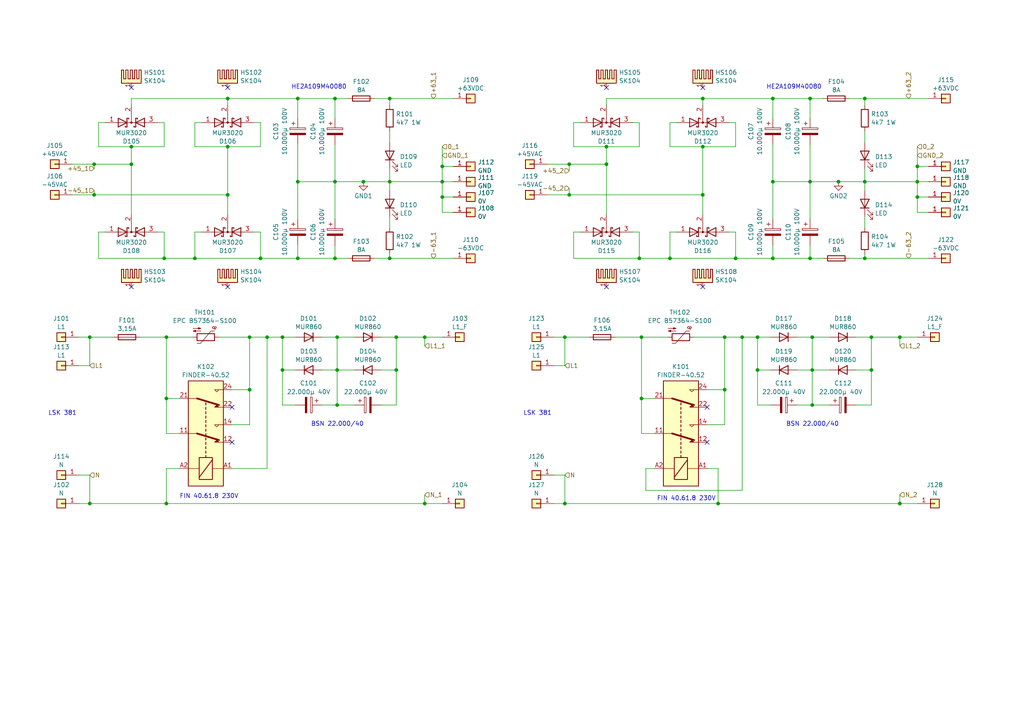
<source format=kicad_sch>
(kicad_sch (version 20230121) (generator eeschema)
  (paper "A4")
  (lib_symbols
    (symbol "Connector_Generic:Conn_01x01" (pin_names (offset 1.016) hide)
      (property "Reference" "J" (at 0 2.54 0))
      (property "Value" "Conn_01x01" (at 0 -2.54 0))
      (symbol "Conn_01x01_1_1"
        (rectangle (start -1.27 0.127) (end 0 -0.127) (stroke (width 0.1524)))
        (rectangle (start -1.27 1.27) (end 1.27 -1.27) (stroke (width 0.254)) (fill (type background)))
        (pin passive line (at -5.08 0 0) (length 3.81) (name "Pin_1") (number "1"))
      )
    )
    (symbol "Device:C_Polarized" (pin_numbers hide) (pin_names (offset 0.254))
      (property "Reference" "C" (at 0.635 2.54 0))
      (property "Value" "C_Polarized" (at 0.635 -2.54 0))
      (symbol "C_Polarized_0_1"
        (rectangle (start -2.286 0.508) (end 2.286 1.016))
        (polyline (pts (xy -1.778 2.286) (xy -0.762 2.286)))
        (polyline (pts (xy -1.27 2.794) (xy -1.27 1.778)))
        (rectangle (start 2.286 -0.508) (end -2.286 -1.016) (fill (type outline)))
      )
      (symbol "C_Polarized_1_1"
        (pin passive line (at 0 3.81 270) (length 2.794) (name "~") (number "1"))
        (pin passive line (at 0 -3.81 90) (length 2.794) (name "~") (number "2"))
      )
    )
    (symbol "Device:D" (pin_numbers hide) (pin_names (offset 1.016) hide)
      (property "Reference" "D" (at 0 2.54 0))
      (property "Value" "D" (at 0 -2.54 0))
      (symbol "D_0_1"
        (polyline (pts (xy -1.27 1.27) (xy -1.27 -1.27)) (stroke (width 0.254)))
        (polyline (pts (xy 1.27 0) (xy -1.27 0)))
        (polyline (pts (xy 1.27 1.27) (xy 1.27 -1.27) (xy -1.27 0) (xy 1.27 1.27)) (stroke (width 0.254)))
      )
      (symbol "D_1_1"
        (pin passive line (at -3.81 0 0) (length 2.54) (name "K") (number "1"))
        (pin passive line (at 3.81 0 180) (length 2.54) (name "A") (number "2"))
      )
    )
    (symbol "Device:D_Schottky_Dual_CommonCathode_AAK" (pin_names (offset 0.762) hide)
      (property "Reference" "D105" (at 0 5.4143 0))
      (property "Value" "D_Schottky_Dual_CommonCathode_AAK" (at 0 2.9901 0))
      (symbol "D_Schottky_Dual_CommonCathode_AAK_0_1"
        (polyline (pts (xy -3.81 0) (xy 3.81 0)))
        (polyline (pts (xy 0 0) (xy 0 -2.54)))
        (polyline (pts (xy -1.27 -1.27) (xy -1.27 1.27) (xy -1.27 1.27)) (stroke (width 0.254)))
        (polyline (pts (xy 1.27 -1.27) (xy 1.27 1.27) (xy 1.27 1.27)) (stroke (width 0.254)))
        (polyline (pts (xy -1.27 -1.27) (xy -0.762 -1.27) (xy -0.762 -1.016) (xy -0.762 -1.016)) (stroke (width 0.254)))
        (polyline (pts (xy 1.27 -1.27) (xy 1.778 -1.27) (xy 1.778 -1.016) (xy 1.778 -1.016)) (stroke (width 0.254)))
        (polyline (pts (xy 1.27 1.27) (xy 0.762 1.27) (xy 0.762 1.016) (xy 0.762 1.016)) (stroke (width 0.254)))
        (polyline (pts (xy -1.778 1.016) (xy -1.778 1.27) (xy -1.27 1.27) (xy -1.27 1.27) (xy -1.27 1.27)) (stroke (width 0.254)))
        (polyline (pts (xy -3.81 1.27) (xy -1.27 0) (xy -3.81 -1.27) (xy -3.81 1.27) (xy -3.81 1.27) (xy -3.81 1.27)) (stroke (width 0.254)))
        (polyline (pts (xy 3.81 -1.27) (xy 1.27 0) (xy 3.81 1.27) (xy 3.81 -1.27) (xy 3.81 -1.27) (xy 3.81 -1.27)) (stroke (width 0.254)))
        (circle (center 0 0) (radius 0.254) (fill (type outline)))
        (pin passive line (at -7.62 0 0) (length 3.81) (name "A") (number "1"))
      )
      (symbol "D_Schottky_Dual_CommonCathode_AAK_1_1"
        (pin passive line (at 0 -5.08 90) (length 2.54) (name "K") (number "2"))
        (pin passive line (at 7.62 0 180) (length 3.81) (name "A") (number "3"))
      )
    )
    (symbol "Device:Fuse" (pin_numbers hide) (pin_names (offset 0))
      (property "Reference" "F" (at 2.032 0 90))
      (property "Value" "Fuse" (at -1.905 0 90))
      (symbol "Fuse_0_1"
        (rectangle (start -0.762 -2.54) (end 0.762 2.54) (stroke (width 0.254)))
        (polyline (pts (xy 0 2.54) (xy 0 -2.54)))
      )
      (symbol "Fuse_1_1"
        (pin passive line (at 0 3.81 270) (length 1.27) (name "~") (number "1"))
        (pin passive line (at 0 -3.81 90) (length 1.27) (name "~") (number "2"))
      )
    )
    (symbol "Device:LED" (pin_numbers hide) (pin_names (offset 1.016) hide)
      (property "Reference" "D" (at 0 2.54 0))
      (property "Value" "LED" (at 0 -2.54 0))
      (symbol "LED_0_1"
        (polyline (pts (xy -1.27 -1.27) (xy -1.27 1.27)) (stroke (width 0.254)))
        (polyline (pts (xy -1.27 0) (xy 1.27 0)))
        (polyline (pts (xy 1.27 -1.27) (xy 1.27 1.27) (xy -1.27 0) (xy 1.27 -1.27)) (stroke (width 0.254)))
        (polyline (pts (xy -3.048 -0.762) (xy -4.572 -2.286) (xy -3.81 -2.286) (xy -4.572 -2.286) (xy -4.572 -1.524)))
        (polyline (pts (xy -1.778 -0.762) (xy -3.302 -2.286) (xy -2.54 -2.286) (xy -3.302 -2.286) (xy -3.302 -1.524)))
      )
      (symbol "LED_1_1"
        (pin passive line (at -3.81 0 0) (length 2.54) (name "K") (number "1"))
        (pin passive line (at 3.81 0 180) (length 2.54) (name "A") (number "2"))
      )
    )
    (symbol "Device:R" (pin_numbers hide) (pin_names (offset 0))
      (property "Reference" "R" (at 2.032 0 90))
      (property "Value" "R" (at 0 0 90))
      (symbol "R_0_1"
        (rectangle (start -1.016 -2.54) (end 1.016 2.54) (stroke (width 0.254)))
      )
      (symbol "R_1_1"
        (pin passive line (at 0 3.81 270) (length 1.27) (name "~") (number "1"))
        (pin passive line (at 0 -3.81 90) (length 1.27) (name "~") (number "2"))
      )
    )
    (symbol "Device:Thermistor_NTC" (pin_numbers hide) (pin_names (offset 0))
      (property "Reference" "TH" (at -4.445 0 90))
      (property "Value" "Thermistor_NTC" (at 3.175 0 90))
      (symbol "Thermistor_NTC_0_1"
        (arc (start -3.048 2.159) (mid -3.0495 2.3143) (end -3.175 2.413))
        (arc (start -3.048 2.159) (mid -2.9736 1.9794) (end -2.794 1.905))
        (arc (start -3.048 2.794) (mid -2.9736 2.6144) (end -2.794 2.54))
        (arc (start -2.794 1.905) (mid -2.6144 1.9794) (end -2.54 2.159))
        (arc (start -2.794 2.54) (mid -2.4393 2.5587) (end -2.159 2.794))
        (arc (start -2.794 3.048) (mid -2.9736 2.9736) (end -3.048 2.794))
        (arc (start -2.54 2.794) (mid -2.6144 2.9736) (end -2.794 3.048))
        (rectangle (start -1.016 2.54) (end 1.016 -2.54) (stroke (width 0.254)))
        (polyline (pts (xy -2.54 2.159) (xy -2.54 2.794)))
        (polyline (pts (xy -1.778 2.54) (xy -1.778 1.524) (xy 1.778 -1.524) (xy 1.778 -2.54)))
        (polyline (pts (xy -2.54 -3.683) (xy -2.54 -1.397) (xy -2.794 -2.159) (xy -2.286 -2.159) (xy -2.54 -1.397) (xy -2.54 -1.651)) (fill (type outline)))
        (polyline (pts (xy -1.778 -1.397) (xy -1.778 -3.683) (xy -2.032 -2.921) (xy -1.524 -2.921) (xy -1.778 -3.683) (xy -1.778 -3.429)) (fill (type outline)))
      )
      (symbol "Thermistor_NTC_1_1"
        (pin passive line (at 0 3.81 270) (length 1.27) (name "~") (number "1"))
        (pin passive line (at 0 -3.81 90) (length 1.27) (name "~") (number "2"))
      )
    )
    (symbol "Mechanical:Heatsink_Pad" (pin_names (offset 0))
      (property "Reference" "HS" (at 0 5.715 0))
      (property "Value" "Heatsink_Pad" (at 0 3.81 0))
      (symbol "Heatsink_Pad_0_1"
        (polyline (pts (xy -0.3302 0) (xy -0.9652 0) (xy -0.9652 2.54) (xy -1.6002 2.54) (xy -1.6002 0) (xy -2.2352 0) (xy -2.2352 2.54) (xy -2.8702 2.54) (xy -2.8702 -1.27) (xy -0.9652 -1.27)) (stroke (width 0.254)) (fill (type background)))
        (polyline (pts (xy -0.3302 0) (xy -0.3302 2.54) (xy 0.3048 2.54) (xy 0.3048 0) (xy 0.9398 0) (xy 0.9398 2.54) (xy 1.5748 2.54) (xy 1.5748 0) (xy 2.2098 0) (xy 2.2098 2.54) (xy 2.8448 2.54) (xy 2.8448 -1.27) (xy -0.9652 -1.27)) (stroke (width 0.254)) (fill (type background)))
      )
      (symbol "Heatsink_Pad_1_1"
        (pin passive line (at 0 -2.54 90) (length 1.27) (name "~") (number "1"))
      )
    )
    (symbol "Relay:FINDER-40.52"
      (property "Reference" "K" (at 16.51 3.81 0))
      (property "Value" "FINDER-40.52" (at 16.51 1.27 0))
      (symbol "FINDER-40.52_0_1"
        (rectangle (start -15.24 5.08) (end 15.24 -5.08) (stroke (width 0.254)) (fill (type background)))
        (rectangle (start -13.335 1.905) (end -6.985 -1.905) (stroke (width 0.254)))
        (polyline (pts (xy -12.7 -1.905) (xy -7.62 1.905)) (stroke (width 0.254)))
        (polyline (pts (xy -10.16 -5.08) (xy -10.16 -1.905)))
        (polyline (pts (xy -10.16 5.08) (xy -10.16 1.905)))
        (polyline (pts (xy -6.985 0) (xy -6.35 0)) (stroke (width 0.254)))
        (polyline (pts (xy -5.715 0) (xy -5.08 0)) (stroke (width 0.254)))
        (polyline (pts (xy -4.445 0) (xy -3.81 0)) (stroke (width 0.254)))
        (polyline (pts (xy -3.175 0) (xy -2.54 0)) (stroke (width 0.254)))
        (polyline (pts (xy -1.905 0) (xy -1.27 0)) (stroke (width 0.254)))
        (polyline (pts (xy -0.635 0) (xy 0 0)) (stroke (width 0.254)))
        (polyline (pts (xy 0 -2.54) (xy -1.905 3.81)) (stroke (width 0.508)))
        (polyline (pts (xy 0 -2.54) (xy 0 -5.08)))
        (polyline (pts (xy 0.635 0) (xy 1.27 0)) (stroke (width 0.254)))
        (polyline (pts (xy 1.905 0) (xy 2.54 0)) (stroke (width 0.254)))
        (polyline (pts (xy 3.175 0) (xy 3.81 0)) (stroke (width 0.254)))
        (polyline (pts (xy 4.445 0) (xy 5.08 0)) (stroke (width 0.254)))
        (polyline (pts (xy 5.715 0) (xy 6.35 0)) (stroke (width 0.254)))
        (polyline (pts (xy 6.985 0) (xy 7.62 0)) (stroke (width 0.254)))
        (polyline (pts (xy 8.255 0) (xy 8.89 0)) (stroke (width 0.254)))
        (polyline (pts (xy 10.16 -2.54) (xy 8.255 3.81)) (stroke (width 0.508)))
        (polyline (pts (xy 10.16 -2.54) (xy 10.16 -5.08)))
        (polyline (pts (xy -2.54 5.08) (xy -2.54 2.54) (xy -1.905 3.175) (xy -2.54 3.81)) (fill (type outline)))
        (polyline (pts (xy 2.54 5.08) (xy 2.54 2.54) (xy 1.905 3.175) (xy 2.54 3.81)))
        (polyline (pts (xy 7.62 5.08) (xy 7.62 2.54) (xy 8.255 3.175) (xy 7.62 3.81)) (fill (type outline)))
        (polyline (pts (xy 12.7 5.08) (xy 12.7 2.54) (xy 12.065 3.175) (xy 12.7 3.81)))
      )
      (symbol "FINDER-40.52_1_1"
        (pin passive line (at 0 -7.62 90) (length 2.54) (name "~") (number "11"))
        (pin passive line (at -2.54 7.62 270) (length 2.54) (name "~") (number "12"))
        (pin passive line (at 2.54 7.62 270) (length 2.54) (name "~") (number "14"))
        (pin passive line (at 10.16 -7.62 90) (length 2.54) (name "~") (number "21"))
        (pin passive line (at 7.62 7.62 270) (length 2.54) (name "~") (number "22"))
        (pin passive line (at 12.7 7.62 270) (length 2.54) (name "~") (number "24"))
        (pin passive line (at -10.16 7.62 270) (length 2.54) (name "~") (number "A1"))
        (pin passive line (at -10.16 -7.62 90) (length 2.54) (name "~") (number "A2"))
      )
    )
    (symbol "power:GND1" (power) (pin_names (offset 0))
      (property "Value" "GND1" (at 0 -3.81 0))
      (symbol "GND1_0_1"
        (polyline (pts (xy 0 0) (xy 0 -1.27) (xy 1.27 -1.27) (xy 0 -2.54) (xy -1.27 -1.27) (xy 0 -1.27)))
      )
      (symbol "GND1_1_1"
        (pin power_in line (at 0 0 270) (length 0) hide (name "GND1") (number "1"))
      )
    )
    (symbol "power:GND2" (power) (pin_names (offset 0))
      (property "Value" "GND2" (at 0 -3.81 0))
      (symbol "GND2_0_1"
        (polyline (pts (xy 0 0) (xy 0 -1.27) (xy 1.27 -1.27) (xy 0 -2.54) (xy -1.27 -1.27) (xy 0 -1.27)))
      )
      (symbol "GND2_1_1"
        (pin power_in line (at 0 0 270) (length 0) hide (name "GND2") (number "1"))
      )
    )
  )
  (junction (at 123.19 97.79))
  (junction (at 219.71 97.79))
  (junction (at 250.825 28.575))
  (junction (at 186.055 97.79))
  (junction (at 234.95 74.93))
  (junction (at 48.26 146.05))
  (junction (at 260.985 146.05))
  (junction (at 252.73 107.315))
  (junction (at 203.835 56.515))
  (junction (at 224.155 74.93))
  (junction (at 56.515 74.93))
  (junction (at 234.95 52.705))
  (junction (at 38.1 42.545))
  (junction (at 123.19 146.05))
  (junction (at 266.065 52.705))
  (junction (at 97.79 117.475))
  (junction (at 208.28 146.05))
  (junction (at 86.36 28.575))
  (junction (at 252.73 97.79))
  (junction (at 75.565 74.93))
  (junction (at 235.585 117.475))
  (junction (at 128.27 52.705))
  (junction (at 250.825 74.93))
  (junction (at 81.915 107.315))
  (junction (at 97.155 74.93))
  (junction (at 175.895 47.625))
  (junction (at 114.935 107.315))
  (junction (at 194.31 74.93))
  (junction (at 113.03 74.93))
  (junction (at 128.27 48.26))
  (junction (at 128.27 57.15))
  (junction (at 72.39 113.03))
  (junction (at 66.04 42.545))
  (junction (at 215.265 97.79))
  (junction (at 203.835 42.545))
  (junction (at 86.36 52.705))
  (junction (at 234.95 28.575))
  (junction (at 243.205 52.705))
  (junction (at 266.065 57.15))
  (junction (at 175.895 42.545))
  (junction (at 235.585 107.315))
  (junction (at 26.035 97.79))
  (junction (at 186.055 115.57))
  (junction (at 224.155 28.575))
  (junction (at 72.39 97.79))
  (junction (at 213.36 74.93))
  (junction (at 165.1 47.625))
  (junction (at 81.915 97.79))
  (junction (at 203.835 28.575))
  (junction (at 97.79 97.79))
  (junction (at 48.26 115.57))
  (junction (at 250.825 52.705))
  (junction (at 47.625 74.93))
  (junction (at 66.04 56.515))
  (junction (at 219.71 107.315))
  (junction (at 210.185 113.03))
  (junction (at 114.935 97.79))
  (junction (at 235.585 97.79))
  (junction (at 163.83 97.79))
  (junction (at 224.155 52.705))
  (junction (at 48.26 97.79))
  (junction (at 27.305 47.625))
  (junction (at 185.42 74.93))
  (junction (at 66.04 28.575))
  (junction (at 97.79 107.315))
  (junction (at 113.03 52.705))
  (junction (at 165.1 56.515))
  (junction (at 97.155 52.705))
  (junction (at 86.36 74.93))
  (junction (at 113.03 28.575))
  (junction (at 266.065 48.26))
  (junction (at 27.305 56.515))
  (junction (at 210.185 97.79))
  (junction (at 260.985 97.79))
  (junction (at 38.1 47.625))
  (junction (at 77.47 97.79))
  (junction (at 163.83 146.05))
  (junction (at 26.035 146.05))
  (junction (at 105.41 52.705))
  (junction (at 97.155 28.575))
  (no_connect (at 203.835 25.4))
  (no_connect (at 66.04 83.185))
  (no_connect (at 38.1 83.185))
  (no_connect (at 175.895 25.4))
  (no_connect (at 38.1 25.4))
  (no_connect (at 203.835 83.185))
  (no_connect (at 67.31 118.11))
  (no_connect (at 205.105 118.11))
  (no_connect (at 205.105 128.27))
  (no_connect (at 67.31 128.27))
  (no_connect (at 175.895 83.185))
  (no_connect (at 66.04 25.4))
  (wire (pts (xy 235.585 107.315) (xy 240.665 107.315)))
  (wire (pts (xy 213.36 42.545) (xy 213.36 35.56)))
  (wire (pts (xy 234.95 71.12) (xy 234.95 74.93)))
  (wire (pts (xy 205.105 113.03) (xy 210.185 113.03)))
  (wire (pts (xy 30.48 67.31) (xy 28.575 67.31)))
  (wire (pts (xy 72.39 97.79) (xy 77.47 97.79)))
  (wire (pts (xy 234.95 52.705) (xy 234.95 63.5)))
  (wire (pts (xy 97.155 71.12) (xy 97.155 74.93)))
  (wire (pts (xy 66.04 28.575) (xy 86.36 28.575)))
  (wire (pts (xy 203.835 56.515) (xy 203.835 62.23)))
  (wire (pts (xy 187.325 142.24) (xy 187.325 135.89)))
  (wire (pts (xy 67.31 113.03) (xy 72.39 113.03)))
  (wire (pts (xy 250.825 28.575) (xy 269.24 28.575)))
  (wire (pts (xy 203.835 42.545) (xy 194.31 42.545)))
  (wire (pts (xy 160.655 106.045) (xy 163.83 106.045)))
  (wire (pts (xy 175.895 47.625) (xy 175.895 42.545)))
  (wire (pts (xy 196.215 67.31) (xy 194.31 67.31)))
  (wire (pts (xy 52.07 135.89) (xy 48.26 135.89)))
  (wire (pts (xy 108.585 74.93) (xy 113.03 74.93)))
  (wire (pts (xy 40.64 97.79) (xy 48.26 97.79)))
  (wire (pts (xy 86.36 52.705) (xy 86.36 63.5)))
  (wire (pts (xy 26.035 146.05) (xy 48.26 146.05)))
  (wire (pts (xy 183.515 67.31) (xy 185.42 67.31)))
  (wire (pts (xy 47.625 74.93) (xy 56.515 74.93)))
  (wire (pts (xy 185.42 35.56) (xy 183.515 35.56)))
  (wire (pts (xy 252.73 117.475) (xy 252.73 107.315)))
  (wire (pts (xy 27.305 56.515) (xy 66.04 56.515)))
  (wire (pts (xy 250.825 73.66) (xy 250.825 74.93)))
  (wire (pts (xy 113.03 28.575) (xy 113.03 30.48)))
  (wire (pts (xy 113.03 62.865) (xy 113.03 66.04)))
  (wire (pts (xy 194.31 74.93) (xy 213.36 74.93)))
  (wire (pts (xy 160.655 137.795) (xy 163.83 137.795)))
  (wire (pts (xy 250.825 62.865) (xy 250.825 66.04)))
  (wire (pts (xy 48.26 135.89) (xy 48.26 146.05)))
  (wire (pts (xy 248.285 107.315) (xy 252.73 107.315)))
  (wire (pts (xy 260.985 143.51) (xy 260.985 146.05)))
  (wire (pts (xy 163.83 137.795) (xy 163.83 146.05)))
  (wire (pts (xy 250.825 52.705) (xy 266.065 52.705)))
  (wire (pts (xy 26.035 106.045) (xy 26.035 97.79)))
  (wire (pts (xy 86.36 28.575) (xy 86.36 34.29)))
  (wire (pts (xy 81.915 107.315) (xy 81.915 97.79)))
  (wire (pts (xy 75.565 67.31) (xy 75.565 74.93)))
  (wire (pts (xy 86.36 28.575) (xy 97.155 28.575)))
  (wire (pts (xy 224.155 28.575) (xy 224.155 34.29)))
  (wire (pts (xy 27.305 55.245) (xy 27.305 56.515)))
  (wire (pts (xy 266.065 48.26) (xy 266.065 52.705)))
  (wire (pts (xy 203.835 28.575) (xy 203.835 30.48)))
  (wire (pts (xy 163.83 97.79) (xy 170.815 97.79)))
  (wire (pts (xy 234.95 28.575) (xy 238.76 28.575)))
  (wire (pts (xy 224.155 52.705) (xy 234.95 52.705)))
  (wire (pts (xy 48.26 115.57) (xy 48.26 97.79)))
  (wire (pts (xy 56.515 67.31) (xy 56.515 74.93)))
  (wire (pts (xy 86.36 52.705) (xy 97.155 52.705)))
  (wire (pts (xy 113.03 73.66) (xy 113.03 74.93)))
  (wire (pts (xy 213.36 67.31) (xy 213.36 74.93)))
  (wire (pts (xy 160.655 97.79) (xy 163.83 97.79)))
  (wire (pts (xy 38.1 42.545) (xy 28.575 42.545)))
  (wire (pts (xy 123.19 143.51) (xy 123.19 146.05)))
  (wire (pts (xy 158.75 56.515) (xy 165.1 56.515)))
  (wire (pts (xy 224.155 28.575) (xy 234.95 28.575)))
  (wire (pts (xy 163.83 106.045) (xy 163.83 97.79)))
  (wire (pts (xy 234.95 28.575) (xy 234.95 34.29)))
  (wire (pts (xy 66.04 28.575) (xy 66.04 30.48)))
  (wire (pts (xy 26.035 137.795) (xy 26.035 146.05)))
  (wire (pts (xy 210.185 123.19) (xy 210.185 113.03)))
  (wire (pts (xy 128.27 57.15) (xy 131.445 57.15)))
  (wire (pts (xy 113.03 28.575) (xy 131.445 28.575)))
  (wire (pts (xy 210.185 113.03) (xy 210.185 97.79)))
  (wire (pts (xy 86.36 41.91) (xy 86.36 52.705)))
  (wire (pts (xy 194.31 67.31) (xy 194.31 74.93)))
  (wire (pts (xy 186.055 115.57) (xy 189.865 115.57)))
  (wire (pts (xy 110.49 107.315) (xy 114.935 107.315)))
  (wire (pts (xy 38.1 28.575) (xy 66.04 28.575)))
  (wire (pts (xy 165.1 47.625) (xy 165.1 49.53)))
  (wire (pts (xy 246.38 74.93) (xy 250.825 74.93)))
  (wire (pts (xy 175.895 47.625) (xy 175.895 62.23)))
  (wire (pts (xy 113.03 48.895) (xy 113.03 52.705)))
  (wire (pts (xy 266.065 42.545) (xy 266.065 48.26)))
  (wire (pts (xy 20.955 56.515) (xy 27.305 56.515)))
  (wire (pts (xy 260.985 97.79) (xy 260.985 100.33)))
  (wire (pts (xy 178.435 97.79) (xy 186.055 97.79)))
  (wire (pts (xy 165.1 47.625) (xy 175.895 47.625)))
  (wire (pts (xy 128.27 42.545) (xy 128.27 48.26)))
  (wire (pts (xy 97.155 74.93) (xy 100.965 74.93)))
  (wire (pts (xy 210.185 97.79) (xy 201.295 97.79)))
  (wire (pts (xy 215.265 97.79) (xy 215.265 142.24)))
  (wire (pts (xy 252.73 107.315) (xy 252.73 97.79)))
  (wire (pts (xy 22.86 97.79) (xy 26.035 97.79)))
  (wire (pts (xy 66.04 42.545) (xy 56.515 42.545)))
  (wire (pts (xy 186.055 125.73) (xy 186.055 115.57)))
  (wire (pts (xy 114.935 97.79) (xy 110.49 97.79)))
  (wire (pts (xy 231.14 107.315) (xy 235.585 107.315)))
  (wire (pts (xy 215.265 97.79) (xy 219.71 97.79)))
  (wire (pts (xy 81.915 117.475) (xy 81.915 107.315)))
  (wire (pts (xy 97.155 41.91) (xy 97.155 52.705)))
  (wire (pts (xy 97.155 52.705) (xy 97.155 63.5)))
  (wire (pts (xy 187.325 135.89) (xy 189.865 135.89)))
  (wire (pts (xy 235.585 97.79) (xy 240.665 97.79)))
  (wire (pts (xy 213.36 74.93) (xy 224.155 74.93)))
  (wire (pts (xy 223.52 117.475) (xy 219.71 117.475)))
  (wire (pts (xy 194.31 35.56) (xy 196.215 35.56)))
  (wire (pts (xy 85.725 117.475) (xy 81.915 117.475)))
  (wire (pts (xy 128.27 48.26) (xy 128.27 52.705)))
  (wire (pts (xy 47.625 42.545) (xy 47.625 35.56)))
  (wire (pts (xy 128.27 61.595) (xy 128.27 57.15)))
  (wire (pts (xy 28.575 35.56) (xy 30.48 35.56)))
  (wire (pts (xy 72.39 123.19) (xy 72.39 113.03)))
  (wire (pts (xy 250.825 28.575) (xy 250.825 30.48)))
  (wire (pts (xy 248.285 117.475) (xy 252.73 117.475)))
  (wire (pts (xy 131.445 48.26) (xy 128.27 48.26)))
  (wire (pts (xy 234.95 41.91) (xy 234.95 52.705)))
  (wire (pts (xy 97.79 107.315) (xy 97.79 117.475)))
  (wire (pts (xy 22.86 106.045) (xy 26.035 106.045)))
  (wire (pts (xy 185.42 67.31) (xy 185.42 74.93)))
  (wire (pts (xy 26.035 97.79) (xy 33.02 97.79)))
  (wire (pts (xy 224.155 52.705) (xy 224.155 63.5)))
  (wire (pts (xy 86.36 71.12) (xy 86.36 74.93)))
  (wire (pts (xy 38.1 47.625) (xy 38.1 62.23)))
  (wire (pts (xy 203.835 42.545) (xy 213.36 42.545)))
  (wire (pts (xy 252.73 97.79) (xy 260.985 97.79)))
  (wire (pts (xy 66.04 56.515) (xy 66.04 62.23)))
  (wire (pts (xy 246.38 28.575) (xy 250.825 28.575)))
  (wire (pts (xy 22.86 137.795) (xy 26.035 137.795)))
  (wire (pts (xy 85.725 107.315) (xy 81.915 107.315)))
  (wire (pts (xy 97.79 107.315) (xy 102.87 107.315)))
  (wire (pts (xy 110.49 117.475) (xy 114.935 117.475)))
  (wire (pts (xy 266.065 52.705) (xy 266.065 57.15)))
  (wire (pts (xy 28.575 42.545) (xy 28.575 35.56)))
  (wire (pts (xy 250.825 48.895) (xy 250.825 52.705)))
  (wire (pts (xy 113.03 38.1) (xy 113.03 41.275)))
  (wire (pts (xy 186.055 115.57) (xy 186.055 97.79)))
  (wire (pts (xy 269.24 52.705) (xy 266.065 52.705)))
  (wire (pts (xy 67.31 135.89) (xy 77.47 135.89)))
  (wire (pts (xy 208.28 146.05) (xy 260.985 146.05)))
  (wire (pts (xy 163.83 146.05) (xy 208.28 146.05)))
  (wire (pts (xy 205.105 135.89) (xy 208.28 135.89)))
  (wire (pts (xy 166.37 35.56) (xy 168.275 35.56)))
  (wire (pts (xy 185.42 42.545) (xy 185.42 35.56)))
  (wire (pts (xy 77.47 97.79) (xy 81.915 97.79)))
  (wire (pts (xy 208.28 135.89) (xy 208.28 146.05)))
  (wire (pts (xy 97.79 117.475) (xy 102.87 117.475)))
  (wire (pts (xy 175.895 28.575) (xy 203.835 28.575)))
  (wire (pts (xy 175.895 42.545) (xy 185.42 42.545)))
  (wire (pts (xy 48.26 146.05) (xy 123.19 146.05)))
  (wire (pts (xy 189.865 125.73) (xy 186.055 125.73)))
  (wire (pts (xy 175.895 42.545) (xy 166.37 42.545)))
  (wire (pts (xy 22.86 146.05) (xy 26.035 146.05)))
  (wire (pts (xy 114.935 107.315) (xy 114.935 97.79)))
  (wire (pts (xy 158.75 47.625) (xy 165.1 47.625)))
  (wire (pts (xy 38.1 42.545) (xy 47.625 42.545)))
  (wire (pts (xy 250.825 74.93) (xy 269.24 74.93)))
  (wire (pts (xy 97.79 97.79) (xy 97.79 107.315)))
  (wire (pts (xy 243.205 52.705) (xy 250.825 52.705)))
  (wire (pts (xy 166.37 67.31) (xy 166.37 74.93)))
  (wire (pts (xy 75.565 74.93) (xy 86.36 74.93)))
  (wire (pts (xy 114.935 117.475) (xy 114.935 107.315)))
  (wire (pts (xy 27.305 47.625) (xy 38.1 47.625)))
  (wire (pts (xy 86.36 74.93) (xy 97.155 74.93)))
  (wire (pts (xy 77.47 135.89) (xy 77.47 97.79)))
  (wire (pts (xy 56.515 74.93) (xy 75.565 74.93)))
  (wire (pts (xy 213.36 35.56) (xy 211.455 35.56)))
  (wire (pts (xy 260.985 97.79) (xy 266.065 97.79)))
  (wire (pts (xy 165.1 54.61) (xy 165.1 56.515)))
  (wire (pts (xy 97.155 52.705) (xy 105.41 52.705)))
  (wire (pts (xy 123.19 97.79) (xy 128.27 97.79)))
  (wire (pts (xy 211.455 67.31) (xy 213.36 67.31)))
  (wire (pts (xy 168.275 67.31) (xy 166.37 67.31)))
  (wire (pts (xy 250.825 38.1) (xy 250.825 41.275)))
  (wire (pts (xy 224.155 71.12) (xy 224.155 74.93)))
  (wire (pts (xy 224.155 41.91) (xy 224.155 52.705)))
  (wire (pts (xy 113.03 52.705) (xy 113.03 55.245)))
  (wire (pts (xy 45.72 67.31) (xy 47.625 67.31)))
  (wire (pts (xy 203.835 56.515) (xy 203.835 42.545)))
  (wire (pts (xy 66.04 42.545) (xy 75.565 42.545)))
  (wire (pts (xy 252.73 97.79) (xy 248.285 97.79)))
  (wire (pts (xy 203.835 28.575) (xy 224.155 28.575)))
  (wire (pts (xy 234.95 74.93) (xy 238.76 74.93)))
  (wire (pts (xy 58.42 67.31) (xy 56.515 67.31)))
  (wire (pts (xy 223.52 107.315) (xy 219.71 107.315)))
  (wire (pts (xy 38.1 30.48) (xy 38.1 28.575)))
  (wire (pts (xy 97.155 28.575) (xy 97.155 34.29)))
  (wire (pts (xy 123.19 146.05) (xy 128.27 146.05)))
  (wire (pts (xy 260.985 146.05) (xy 266.065 146.05)))
  (wire (pts (xy 231.14 117.475) (xy 235.585 117.475)))
  (wire (pts (xy 48.26 125.73) (xy 48.26 115.57)))
  (wire (pts (xy 175.895 30.48) (xy 175.895 28.575)))
  (wire (pts (xy 72.39 97.79) (xy 63.5 97.79)))
  (wire (pts (xy 166.37 74.93) (xy 185.42 74.93)))
  (wire (pts (xy 114.935 97.79) (xy 123.19 97.79)))
  (wire (pts (xy 105.41 52.705) (xy 113.03 52.705)))
  (wire (pts (xy 113.03 74.93) (xy 131.445 74.93)))
  (wire (pts (xy 219.71 107.315) (xy 219.71 97.79)))
  (wire (pts (xy 219.71 117.475) (xy 219.71 107.315)))
  (wire (pts (xy 20.955 47.625) (xy 27.305 47.625)))
  (wire (pts (xy 27.305 47.625) (xy 27.305 48.895)))
  (wire (pts (xy 56.515 35.56) (xy 58.42 35.56)))
  (wire (pts (xy 52.07 125.73) (xy 48.26 125.73)))
  (wire (pts (xy 93.345 107.315) (xy 97.79 107.315)))
  (wire (pts (xy 47.625 67.31) (xy 47.625 74.93)))
  (wire (pts (xy 93.345 117.475) (xy 97.79 117.475)))
  (wire (pts (xy 123.19 97.79) (xy 123.19 100.33)))
  (wire (pts (xy 81.915 97.79) (xy 85.725 97.79)))
  (wire (pts (xy 235.585 117.475) (xy 240.665 117.475)))
  (wire (pts (xy 97.79 97.79) (xy 102.87 97.79)))
  (wire (pts (xy 93.345 97.79) (xy 97.79 97.79)))
  (wire (pts (xy 215.265 142.24) (xy 187.325 142.24)))
  (wire (pts (xy 108.585 28.575) (xy 113.03 28.575)))
  (wire (pts (xy 47.625 35.56) (xy 45.72 35.56)))
  (wire (pts (xy 73.66 67.31) (xy 75.565 67.31)))
  (wire (pts (xy 186.055 97.79) (xy 193.675 97.79)))
  (wire (pts (xy 224.155 74.93) (xy 234.95 74.93)))
  (wire (pts (xy 28.575 74.93) (xy 47.625 74.93)))
  (wire (pts (xy 67.31 123.19) (xy 72.39 123.19)))
  (wire (pts (xy 250.825 52.705) (xy 250.825 55.245)))
  (wire (pts (xy 266.065 61.595) (xy 266.065 57.15)))
  (wire (pts (xy 231.14 97.79) (xy 235.585 97.79)))
  (wire (pts (xy 185.42 74.93) (xy 194.31 74.93)))
  (wire (pts (xy 97.155 28.575) (xy 100.965 28.575)))
  (wire (pts (xy 210.185 97.79) (xy 215.265 97.79)))
  (wire (pts (xy 235.585 97.79) (xy 235.585 107.315)))
  (wire (pts (xy 166.37 42.545) (xy 166.37 35.56)))
  (wire (pts (xy 48.26 97.79) (xy 55.88 97.79)))
  (wire (pts (xy 72.39 113.03) (xy 72.39 97.79)))
  (wire (pts (xy 28.575 67.31) (xy 28.575 74.93)))
  (wire (pts (xy 219.71 97.79) (xy 223.52 97.79)))
  (wire (pts (xy 165.1 56.515) (xy 203.835 56.515)))
  (wire (pts (xy 205.105 123.19) (xy 210.185 123.19)))
  (wire (pts (xy 160.655 146.05) (xy 163.83 146.05)))
  (wire (pts (xy 235.585 107.315) (xy 235.585 117.475)))
  (wire (pts (xy 194.31 42.545) (xy 194.31 35.56)))
  (wire (pts (xy 131.445 52.705) (xy 128.27 52.705)))
  (wire (pts (xy 131.445 61.595) (xy 128.27 61.595)))
  (wire (pts (xy 113.03 52.705) (xy 128.27 52.705)))
  (wire (pts (xy 266.065 57.15) (xy 269.24 57.15)))
  (wire (pts (xy 269.24 61.595) (xy 266.065 61.595)))
  (wire (pts (xy 38.1 47.625) (xy 38.1 42.545)))
  (wire (pts (xy 128.27 52.705) (xy 128.27 57.15)))
  (wire (pts (xy 75.565 42.545) (xy 75.565 35.56)))
  (wire (pts (xy 66.04 56.515) (xy 66.04 42.545)))
  (wire (pts (xy 234.95 52.705) (xy 243.205 52.705)))
  (wire (pts (xy 48.26 115.57) (xy 52.07 115.57)))
  (wire (pts (xy 75.565 35.56) (xy 73.66 35.56)))
  (wire (pts (xy 269.24 48.26) (xy 266.065 48.26)))
  (wire (pts (xy 56.515 42.545) (xy 56.515 35.56)))
  (text "FIN 40.61.8 230V" (at 190.5 145.415 0) (effects (font (size 1.27 1.27)) (justify left bottom)))
  (text "BSN 22.000/40\n" (at 90.17 123.825 0) (effects (font (size 1.27 1.27)) (justify left bottom)))
  (text "HE2A109M40080" (at 222.25 26.035 0) (effects (font (size 1.27 1.27)) (justify left bottom)))
  (text "LSK 381\n" (at 151.765 120.65 0) (effects (font (size 1.27 1.27)) (justify left bottom)))
  (text "FIN 40.61.8 230V" (at 52.07 144.78 0) (effects (font (size 1.27 1.27)) (justify left bottom)))
  (text "BSN 22.000/40\n" (at 227.965 123.825 0) (effects (font (size 1.27 1.27)) (justify left bottom)))
  (text "HE2A109M40080" (at 84.455 26.035 0) (effects (font (size 1.27 1.27)) (justify left bottom)))
  (text "LSK 381\n" (at 13.97 120.65 0) (effects (font (size 1.27 1.27)) (justify left bottom)))
  (hierarchical_label "-45_1" (shape input) (at 27.305 55.245 180))
  (hierarchical_label "+45_2" (shape input) (at 165.1 49.53 180))
  (hierarchical_label "N" (shape input) (at 26.035 137.795 0))
  (hierarchical_label "L1" (shape input) (at 163.83 106.045 0))
  (hierarchical_label "L1_1" (shape input) (at 123.19 100.33 0))
  (hierarchical_label "0_2" (shape input) (at 266.065 42.545 0))
  (hierarchical_label "N_1" (shape input) (at 123.19 143.51 0))
  (hierarchical_label "-45_2" (shape input) (at 165.1 54.61 180))
  (hierarchical_label "GND_2" (shape input) (at 266.065 45.085 0))
  (hierarchical_label "0_1" (shape input) (at 128.27 42.545 0))
  (hierarchical_label "L1" (shape input) (at 26.035 106.045 0))
  (hierarchical_label "+63_2" (shape input) (at 263.525 28.575 90))
  (hierarchical_label "N_2" (shape input) (at 260.985 143.51 0))
  (hierarchical_label "-63_2" (shape input) (at 263.525 74.93 90))
  (hierarchical_label "+63_1" (shape input) (at 125.73 28.575 90))
  (hierarchical_label "+45_1" (shape input) (at 27.305 48.895 180))
  (hierarchical_label "L1_2" (shape input) (at 260.985 100.33 0))
  (hierarchical_label "GND_1" (shape input) (at 128.27 45.085 0))
  (hierarchical_label "N" (shape input) (at 163.83 137.795 0))
  (hierarchical_label "-63_1" (shape input) (at 125.73 74.93 90))
  (symbol (lib_id "Device:D") (at 227.33 107.315 0) (unit 1)
    (property "Reference" "D119" (at 227.33 101.9007 0))
    (property "Value" "MUR860" (at 227.33 104.3249 0))
    (property "Footprint" "Package_TO_SOT_THT:TO-220-2_Vertical" (effects hide))
    (property "Sim.Device" "D" (effects hide))
    (property "Sim.Pins" "1=K 2=A" (effects hide))
  )
  (symbol (lib_id "Device:D_Schottky_Dual_CommonCathode_AAK") (at 203.835 35.56 0) (mirror x) (unit 1)
    (property "Reference" "D112" (at 203.835 40.9743 0))
    (property "Value" "MUR3020" (at 203.835 38.5501 0))
    (property "Footprint" "Package_TO_SOT_THT:TO-247-3_Vertical" (effects hide))
  )
  (symbol (lib_id "Connector_Generic:Conn_01x01") (at 133.35 146.05 0) (mirror x) (unit 1)
    (property "Reference" "J104" (at 133.35 140.6357 0))
    (property "Value" "N" (at 133.35 143.0599 0))
    (property "Footprint" "TerminalBlock_MetzConnect:TerminalBlock_MetzConnect_360381_1x01_Horizontal_ScrewM3.0" (effects hide))
  )
  (symbol (lib_id "Connector_Generic:Conn_01x01") (at 15.875 56.515 180) (unit 1)
    (property "Reference" "J106" (at 15.875 51.1007 0))
    (property "Value" "-45VAC" (at 15.875 53.5249 0))
    (property "Footprint" "TerminalBlock_MetzConnect:TerminalBlock_MetzConnect_360381_1x01_Horizontal_ScrewM3.0" (effects hide))
  )
  (symbol (lib_id "Device:C_Polarized") (at 86.36 67.31 0) (unit 1)
    (property "Reference" "C105" (at 80.01 67.31 90))
    (property "Value" "10.000µ 100V" (at 82.55 67.31 90))
    (property "Footprint" "eigene:CP_Radial_D40.0mm_P22,5" (effects hide))
  )
  (symbol (lib_id "Connector_Generic:Conn_01x01") (at 136.525 74.93 0) (mirror x) (unit 1)
    (property "Reference" "J110" (at 136.525 69.5157 0))
    (property "Value" "-63VDC" (at 136.525 71.9399 0))
    (property "Footprint" "TerminalBlock_MetzConnect:TerminalBlock_MetzConnect_360381_1x01_Horizontal_ScrewM3.0" (effects hide))
  )
  (symbol (lib_id "Device:C_Polarized") (at 89.535 117.475 270) (unit 1)
    (property "Reference" "C101" (at 89.535 111.125 90))
    (property "Value" "22.000µ 40V" (at 89.535 113.665 90))
    (property "Footprint" "Capacitor_THT:CP_Radial_D35.0mm_P10.00mm_SnapIn" (effects hide))
  )
  (symbol (lib_id "Device:Fuse") (at 104.775 74.93 90) (unit 1)
    (property "Reference" "F103" (at 104.775 70.0237 90))
    (property "Value" "8A" (at 104.775 72.4479 90))
    (property "Footprint" "Fuse:Fuseholder_Clip-5x20mm_Littelfuse_100_Inline_P20.50x4.60mm_D1.30mm_Horizontal" (effects hide))
  )
  (symbol (lib_id "Device:D_Schottky_Dual_CommonCathode_AAK") (at 66.04 67.31 0) (mirror x) (unit 1)
    (property "Reference" "D107" (at 66.04 72.7243 0))
    (property "Value" "MUR3020" (at 66.04 70.3001 0))
    (property "Footprint" "Package_TO_SOT_THT:TO-247-3_Vertical" (effects hide))
  )
  (symbol (lib_id "Connector_Generic:Conn_01x01") (at 274.32 28.575 0) (mirror x) (unit 1)
    (property "Reference" "J115" (at 274.32 23.1607 0))
    (property "Value" "+63VDC" (at 274.32 25.5849 0))
    (property "Footprint" "TerminalBlock_MetzConnect:TerminalBlock_MetzConnect_360381_1x01_Horizontal_ScrewM3.0" (effects hide))
  )
  (symbol (lib_id "Connector_Generic:Conn_01x01") (at 17.78 137.795 180) (unit 1)
    (property "Reference" "J114" (at 17.78 132.3807 0))
    (property "Value" "N" (at 17.78 134.8049 0))
    (property "Footprint" "TerminalBlock_MetzConnect:TerminalBlock_MetzConnect_360381_1x01_Horizontal_ScrewM3.0" (effects hide))
  )
  (symbol (lib_id "Device:C_Polarized") (at 86.36 38.1 0) (unit 1)
    (property "Reference" "C103" (at 80.01 38.1 90))
    (property "Value" "10.000µ 100V" (at 82.55 38.1 90))
    (property "Footprint" "eigene:CP_Radial_D40.0mm_P22,5" (effects hide))
  )
  (symbol (lib_id "Device:C_Polarized") (at 97.155 67.31 0) (unit 1)
    (property "Reference" "C106" (at 90.805 67.31 90))
    (property "Value" "10.000µ 100V" (at 93.345 67.31 90))
    (property "Footprint" "eigene:CP_Radial_D40.0mm_P22,5" (effects hide))
  )
  (symbol (lib_id "Connector_Generic:Conn_01x01") (at 136.525 57.15 0) (unit 1)
    (property "Reference" "J107" (at 138.557 55.9379 0) (effects (justify left)))
    (property "Value" "0V" (at 138.557 58.3621 0) (effects (justify left)))
    (property "Footprint" "TerminalBlock_MetzConnect:TerminalBlock_MetzConnect_360381_1x01_Horizontal_ScrewM3.0" (effects hide))
  )
  (symbol (lib_id "Connector_Generic:Conn_01x01") (at 274.32 48.26 0) (unit 1)
    (property "Reference" "J117" (at 276.352 47.0479 0) (effects (justify left)))
    (property "Value" "GND" (at 276.352 49.4721 0) (effects (justify left)))
    (property "Footprint" "TerminalBlock_MetzConnect:TerminalBlock_MetzConnect_360381_1x01_Horizontal_ScrewM3.0" (effects hide))
  )
  (symbol (lib_id "Connector_Generic:Conn_01x01") (at 155.575 97.79 180) (unit 1)
    (property "Reference" "J123" (at 155.575 92.3757 0))
    (property "Value" "L1" (at 155.575 94.7999 0))
    (property "Footprint" "TerminalBlock_MetzConnect:TerminalBlock_MetzConnect_360381_1x01_Horizontal_ScrewM3.0" (effects hide))
  )
  (symbol (lib_id "Device:Fuse") (at 242.57 28.575 90) (unit 1)
    (property "Reference" "F104" (at 242.57 23.6687 90))
    (property "Value" "8A" (at 242.57 26.0929 90))
    (property "Footprint" "Fuse:Fuseholder_Clip-5x20mm_Littelfuse_100_Inline_P20.50x4.60mm_D1.30mm_Horizontal" (effects hide))
  )
  (symbol (lib_id "Mechanical:Heatsink_Pad") (at 203.835 80.645 0) (unit 1)
    (property "Reference" "HS108" (at 207.4418 78.7979 0) (effects (justify left)))
    (property "Value" "SK104" (at 207.4418 81.2221 0) (effects (justify left)))
    (property "Footprint" "Heatsink:Heatsink_Fischer_SK104-STCB_35x13mm__2xDrill3.5mm_ScrewM3" (effects hide))
  )
  (symbol (lib_id "Connector_Generic:Conn_01x01") (at 274.32 61.595 0) (unit 1)
    (property "Reference" "J121" (at 276.352 60.3829 0) (effects (justify left)))
    (property "Value" "0V" (at 276.352 62.8071 0) (effects (justify left)))
    (property "Footprint" "TerminalBlock_MetzConnect:TerminalBlock_MetzConnect_360381_1x01_Horizontal_ScrewM3.0" (effects hide))
  )
  (symbol (lib_id "Device:D_Schottky_Dual_CommonCathode_AAK") (at 38.1 35.56 0) (mirror x) (unit 1)
    (property "Reference" "D105" (at 38.1 40.9743 0))
    (property "Value" "MUR3020" (at 38.1 38.5501 0))
    (property "Footprint" "Package_TO_SOT_THT:TO-247-3_Vertical" (effects hide))
  )
  (symbol (lib_id "Device:Thermistor_NTC") (at 59.69 97.79 270) (unit 1)
    (property "Reference" "TH101" (at 59.3725 90.5977 90))
    (property "Value" "EPC B57364-S100\n" (at 59.3725 93.0219 90))
    (property "Footprint" "Resistor_THT:R_Axial_DIN0207_L6.3mm_D2.5mm_P7.62mm_Horizontal" (effects hide))
  )
  (symbol (lib_id "Relay:FINDER-40.52") (at 59.69 125.73 270) (mirror x) (unit 1)
    (property "Reference" "K102" (at 59.69 106.3457 90))
    (property "Value" "FINDER-40.52" (at 59.69 108.7699 90))
    (property "Footprint" "Relay_THT:Relay_DPDT_Finder_40.52" (effects hide))
    (property "Datasheet" "http://gfinder.findernet.com/assets/Series/353/S40EN.pdf" (effects hide))
  )
  (symbol (lib_id "Device:D") (at 89.535 97.79 180) (unit 1)
    (property "Reference" "D101" (at 89.535 92.3757 0))
    (property "Value" "MUR860" (at 89.535 94.7999 0))
    (property "Footprint" "Package_TO_SOT_THT:TO-220-2_Vertical" (effects hide))
    (property "Sim.Device" "D" (effects hide))
    (property "Sim.Pins" "1=K 2=A" (effects hide))
  )
  (symbol (lib_id "Connector_Generic:Conn_01x01") (at 15.875 47.625 180) (unit 1)
    (property "Reference" "J105" (at 15.875 42.2107 0))
    (property "Value" "+45VAC" (at 15.875 44.6349 0))
    (property "Footprint" "TerminalBlock_MetzConnect:TerminalBlock_MetzConnect_360381_1x01_Horizontal_ScrewM3.0" (effects hide))
  )
  (symbol (lib_id "Device:D_Schottky_Dual_CommonCathode_AAK") (at 203.835 67.31 0) (mirror x) (unit 1)
    (property "Reference" "D116" (at 203.835 72.7243 0))
    (property "Value" "MUR3020" (at 203.835 70.3001 0))
    (property "Footprint" "Package_TO_SOT_THT:TO-247-3_Vertical" (effects hide))
  )
  (symbol (lib_id "Device:D") (at 106.68 107.315 0) (unit 1)
    (property "Reference" "D104" (at 106.68 101.9007 0))
    (property "Value" "MUR860" (at 106.68 104.3249 0))
    (property "Footprint" "Package_TO_SOT_THT:TO-220-2_Vertical" (effects hide))
    (property "Sim.Device" "D" (effects hide))
    (property "Sim.Pins" "1=K 2=A" (effects hide))
  )
  (symbol (lib_id "Connector_Generic:Conn_01x01") (at 17.78 106.045 180) (unit 1)
    (property "Reference" "J113" (at 17.78 100.6307 0))
    (property "Value" "L1" (at 17.78 103.0549 0))
    (property "Footprint" "TerminalBlock_MetzConnect:TerminalBlock_MetzConnect_360381_1x01_Horizontal_ScrewM3.0" (effects hide))
  )
  (symbol (lib_id "Connector_Generic:Conn_01x01") (at 271.145 146.05 0) (mirror x) (unit 1)
    (property "Reference" "J128" (at 271.145 140.6357 0))
    (property "Value" "N" (at 271.145 143.0599 0))
    (property "Footprint" "TerminalBlock_MetzConnect:TerminalBlock_MetzConnect_360381_1x01_Horizontal_ScrewM3.0" (effects hide))
  )
  (symbol (lib_id "Connector_Generic:Conn_01x01") (at 17.78 97.79 180) (unit 1)
    (property "Reference" "J101" (at 17.78 92.3757 0))
    (property "Value" "L1" (at 17.78 94.7999 0))
    (property "Footprint" "TerminalBlock_MetzConnect:TerminalBlock_MetzConnect_360381_1x01_Horizontal_ScrewM3.0" (effects hide))
  )
  (symbol (lib_id "Relay:FINDER-40.52") (at 197.485 125.73 270) (mirror x) (unit 1)
    (property "Reference" "K101" (at 197.485 106.3457 90))
    (property "Value" "FINDER-40.52" (at 197.485 108.7699 90))
    (property "Footprint" "Relay_THT:Relay_DPDT_Finder_40.52" (effects hide))
    (property "Datasheet" "http://gfinder.findernet.com/assets/Series/353/S40EN.pdf" (effects hide))
  )
  (symbol (lib_id "Connector_Generic:Conn_01x01") (at 133.35 97.79 0) (mirror x) (unit 1)
    (property "Reference" "J103" (at 133.35 92.3757 0))
    (property "Value" "L1_F" (at 133.35 94.7999 0))
    (property "Footprint" "TerminalBlock_MetzConnect:TerminalBlock_MetzConnect_360381_1x01_Horizontal_ScrewM3.0" (effects hide))
  )
  (symbol (lib_id "Device:LED") (at 250.825 59.055 90) (unit 1)
    (property "Reference" "D114" (at 253.746 59.4304 90) (effects (justify right)))
    (property "Value" "LED" (at 253.746 61.8546 90) (effects (justify right)))
    (property "Footprint" "LED_THT:LED_D3.0mm" (effects hide))
  )
  (symbol (lib_id "Device:D") (at 106.68 97.79 180) (unit 1)
    (property "Reference" "D102" (at 106.68 92.3757 0))
    (property "Value" "MUR860" (at 106.68 94.7999 0))
    (property "Footprint" "Package_TO_SOT_THT:TO-220-2_Vertical" (effects hide))
    (property "Sim.Device" "D" (effects hide))
    (property "Sim.Pins" "1=K 2=A" (effects hide))
  )
  (symbol (lib_id "Device:C_Polarized") (at 224.155 38.1 0) (unit 1)
    (property "Reference" "C107" (at 217.805 38.1 90))
    (property "Value" "10.000µ 100V" (at 220.345 38.1 90))
    (property "Footprint" "eigene:CP_Radial_D40.0mm_P22,5" (effects hide))
  )
  (symbol (lib_id "Connector_Generic:Conn_01x01") (at 271.145 97.79 0) (mirror x) (unit 1)
    (property "Reference" "J124" (at 271.145 92.3757 0))
    (property "Value" "L1_F" (at 271.145 94.7999 0))
    (property "Footprint" "TerminalBlock_MetzConnect:TerminalBlock_MetzConnect_360381_1x01_Horizontal_ScrewM3.0" (effects hide))
  )
  (symbol (lib_id "Device:D_Schottky_Dual_CommonCathode_AAK") (at 66.04 35.56 0) (mirror x) (unit 1)
    (property "Reference" "D106" (at 66.04 40.9743 0))
    (property "Value" "MUR3020" (at 66.04 38.5501 0))
    (property "Footprint" "Package_TO_SOT_THT:TO-247-3_Vertical" (effects hide))
  )
  (symbol (lib_id "Device:R") (at 250.825 34.29 0) (unit 1)
    (property "Reference" "R103" (at 252.603 33.0779 0) (effects (justify left)))
    (property "Value" "4k7 1W" (at 252.603 35.5021 0) (effects (justify left)))
    (property "Footprint" "Resistor_THT:R_Axial_DIN0207_L6.3mm_D2.5mm_P5.08mm_Vertical" (effects hide))
  )
  (symbol (lib_id "Device:D_Schottky_Dual_CommonCathode_AAK") (at 38.1 67.31 0) (mirror x) (unit 1)
    (property "Reference" "D108" (at 38.1 72.7243 0))
    (property "Value" "MUR3020" (at 38.1 70.3001 0))
    (property "Footprint" "Package_TO_SOT_THT:TO-247-3_Vertical" (effects hide))
  )
  (symbol (lib_id "Device:D") (at 227.33 97.79 180) (unit 1)
    (property "Reference" "D117" (at 227.33 92.3757 0))
    (property "Value" "MUR860" (at 227.33 94.7999 0))
    (property "Footprint" "Package_TO_SOT_THT:TO-220-2_Vertical" (effects hide))
    (property "Sim.Device" "D" (effects hide))
    (property "Sim.Pins" "1=K 2=A" (effects hide))
  )
  (symbol (lib_id "Device:Fuse") (at 36.83 97.79 90) (unit 1)
    (property "Reference" "F101" (at 36.83 92.8837 90))
    (property "Value" "3,15A" (at 36.83 95.3079 90))
    (property "Footprint" "Fuse:Fuseholder_Clip-5x20mm_Littelfuse_100_Inline_P20.50x4.60mm_D1.30mm_Horizontal" (effects hide))
  )
  (symbol (lib_id "power:GND2") (at 243.205 52.705 0) (unit 1)
    (property "Reference" "#PWR0102" (effects hide))
    (property "Value" "GND2" (at 243.205 56.8381 0))
  )
  (symbol (lib_id "Connector_Generic:Conn_01x01") (at 155.575 137.795 180) (unit 1)
    (property "Reference" "J126" (at 155.575 132.3807 0))
    (property "Value" "N" (at 155.575 134.8049 0))
    (property "Footprint" "TerminalBlock_MetzConnect:TerminalBlock_MetzConnect_360381_1x01_Horizontal_ScrewM3.0" (effects hide))
  )
  (symbol (lib_id "Device:C_Polarized") (at 234.95 67.31 0) (unit 1)
    (property "Reference" "C110" (at 228.6 67.31 90))
    (property "Value" "10.000µ 100V" (at 231.14 67.31 90))
    (property "Footprint" "eigene:CP_Radial_D40.0mm_P22,5" (effects hide))
  )
  (symbol (lib_id "Connector_Generic:Conn_01x01") (at 155.575 146.05 180) (unit 1)
    (property "Reference" "J127" (at 155.575 140.6357 0))
    (property "Value" "N" (at 155.575 143.0599 0))
    (property "Footprint" "TerminalBlock_MetzConnect:TerminalBlock_MetzConnect_360381_1x01_Horizontal_ScrewM3.0" (effects hide))
  )
  (symbol (lib_id "Connector_Generic:Conn_01x01") (at 274.32 57.15 0) (unit 1)
    (property "Reference" "J120" (at 276.352 55.9379 0) (effects (justify left)))
    (property "Value" "0V" (at 276.352 58.3621 0) (effects (justify left)))
    (property "Footprint" "TerminalBlock_MetzConnect:TerminalBlock_MetzConnect_360381_1x01_Horizontal_ScrewM3.0" (effects hide))
  )
  (symbol (lib_id "Connector_Generic:Conn_01x01") (at 153.67 47.625 180) (unit 1)
    (property "Reference" "J116" (at 153.67 42.2107 0))
    (property "Value" "+45VAC" (at 153.67 44.6349 0))
    (property "Footprint" "TerminalBlock_MetzConnect:TerminalBlock_MetzConnect_360381_1x01_Horizontal_ScrewM3.0" (effects hide))
  )
  (symbol (lib_id "Connector_Generic:Conn_01x01") (at 136.525 52.705 0) (unit 1)
    (property "Reference" "J111" (at 138.557 51.4929 0) (effects (justify left)))
    (property "Value" "GND" (at 138.557 53.9171 0) (effects (justify left)))
    (property "Footprint" "TerminalBlock_MetzConnect:TerminalBlock_MetzConnect_360381_1x01_Horizontal_ScrewM3.0" (effects hide))
  )
  (symbol (lib_id "Connector_Generic:Conn_01x01") (at 153.67 56.515 180) (unit 1)
    (property "Reference" "J119" (at 153.67 51.1007 0))
    (property "Value" "-45VAC" (at 153.67 53.5249 0))
    (property "Footprint" "TerminalBlock_MetzConnect:TerminalBlock_MetzConnect_360381_1x01_Horizontal_ScrewM3.0" (effects hide))
  )
  (symbol (lib_id "Device:C_Polarized") (at 224.155 67.31 0) (unit 1)
    (property "Reference" "C109" (at 217.805 67.31 90))
    (property "Value" "10.000µ 100V" (at 220.345 67.31 90))
    (property "Footprint" "eigene:CP_Radial_D40.0mm_P22,5" (effects hide))
  )
  (symbol (lib_id "Mechanical:Heatsink_Pad") (at 66.04 80.645 0) (unit 1)
    (property "Reference" "HS104" (at 69.6468 78.7979 0) (effects (justify left)))
    (property "Value" "SK104" (at 69.6468 81.2221 0) (effects (justify left)))
    (property "Footprint" "Heatsink:Heatsink_Fischer_SK104-STCB_35x13mm__2xDrill3.5mm_ScrewM3" (effects hide))
  )
  (symbol (lib_id "Device:Fuse") (at 242.57 74.93 90) (unit 1)
    (property "Reference" "F105" (at 242.57 70.0237 90))
    (property "Value" "8A" (at 242.57 72.4479 90))
    (property "Footprint" "Fuse:Fuseholder_Clip-5x20mm_Littelfuse_100_Inline_P20.50x4.60mm_D1.30mm_Horizontal" (effects hide))
  )
  (symbol (lib_id "Device:Thermistor_NTC") (at 197.485 97.79 270) (unit 1)
    (property "Reference" "TH102" (at 197.1675 90.5977 90))
    (property "Value" "EPC B57364-S100\n" (at 197.1675 93.0219 90))
    (property "Footprint" "Resistor_THT:R_Axial_DIN0207_L6.3mm_D2.5mm_P7.62mm_Horizontal" (effects hide))
  )
  (symbol (lib_id "Connector_Generic:Conn_01x01") (at 274.32 52.705 0) (unit 1)
    (property "Reference" "J118" (at 276.352 51.4929 0) (effects (justify left)))
    (property "Value" "GND" (at 276.352 53.9171 0) (effects (justify left)))
    (property "Footprint" "TerminalBlock_MetzConnect:TerminalBlock_MetzConnect_360381_1x01_Horizontal_ScrewM3.0" (effects hide))
  )
  (symbol (lib_id "Device:C_Polarized") (at 244.475 117.475 90) (mirror x) (unit 1)
    (property "Reference" "C112" (at 244.475 111.125 90))
    (property "Value" "22.000µ 40V" (at 243.84 113.665 90))
    (property "Footprint" "Capacitor_THT:CP_Radial_D35.0mm_P10.00mm_SnapIn" (effects hide))
  )
  (symbol (lib_id "Connector_Generic:Conn_01x01") (at 136.525 28.575 0) (mirror x) (unit 1)
    (property "Reference" "J109" (at 136.525 23.1607 0))
    (property "Value" "+63VDC" (at 136.525 25.5849 0))
    (property "Footprint" "TerminalBlock_MetzConnect:TerminalBlock_MetzConnect_360381_1x01_Horizontal_ScrewM3.0" (effects hide))
  )
  (symbol (lib_id "Device:R") (at 113.03 69.85 0) (unit 1)
    (property "Reference" "R102" (at 114.808 68.6379 0) (effects (justify left)))
    (property "Value" "4k7 1W" (at 114.808 71.0621 0) (effects (justify left)))
    (property "Footprint" "Resistor_THT:R_Axial_DIN0207_L6.3mm_D2.5mm_P5.08mm_Vertical" (effects hide))
  )
  (symbol (lib_id "Mechanical:Heatsink_Pad") (at 66.04 22.86 0) (unit 1)
    (property "Reference" "HS102" (at 69.6468 21.0129 0) (effects (justify left)))
    (property "Value" "SK104" (at 69.6468 23.4371 0) (effects (justify left)))
    (property "Footprint" "Heatsink:Heatsink_Fischer_SK104-STCB_35x13mm__2xDrill3.5mm_ScrewM3" (effects hide))
  )
  (symbol (lib_id "Device:LED") (at 113.03 59.055 90) (unit 1)
    (property "Reference" "D110" (at 115.951 59.4304 90) (effects (justify right)))
    (property "Value" "LED" (at 115.951 61.8546 90) (effects (justify right)))
    (property "Footprint" "LED_THT:LED_D3.0mm" (effects hide))
  )
  (symbol (lib_id "Device:D") (at 244.475 97.79 180) (unit 1)
    (property "Reference" "D118" (at 244.475 92.3757 0))
    (property "Value" "MUR860" (at 244.475 94.7999 0))
    (property "Footprint" "Package_TO_SOT_THT:TO-220-2_Vertical" (effects hide))
    (property "Sim.Device" "D" (effects hide))
    (property "Sim.Pins" "1=K 2=A" (effects hide))
  )
  (symbol (lib_id "Mechanical:Heatsink_Pad") (at 203.835 22.86 0) (unit 1)
    (property "Reference" "HS106" (at 207.4418 21.0129 0) (effects (justify left)))
    (property "Value" "SK104" (at 207.4418 23.4371 0) (effects (justify left)))
    (property "Footprint" "Heatsink:Heatsink_Fischer_SK104-STCB_35x13mm__2xDrill3.5mm_ScrewM3" (effects hide))
  )
  (symbol (lib_id "power:GND1") (at 105.41 52.705 0) (unit 1)
    (property "Reference" "#PWR0101" (effects hide))
    (property "Value" "GND1" (at 105.41 56.8381 0))
  )
  (symbol (lib_id "Mechanical:Heatsink_Pad") (at 38.1 80.645 0) (unit 1)
    (property "Reference" "HS103" (at 41.7068 78.7979 0) (effects (justify left)))
    (property "Value" "SK104" (at 41.7068 81.2221 0) (effects (justify left)))
    (property "Footprint" "Heatsink:Heatsink_Fischer_SK104-STCB_35x13mm__2xDrill3.5mm_ScrewM3" (effects hide))
  )
  (symbol (lib_id "Device:C_Polarized") (at 227.33 117.475 270) (unit 1)
    (property "Reference" "C111" (at 227.33 111.125 90))
    (property "Value" "22.000µ 40V" (at 227.33 113.665 90))
    (property "Footprint" "Capacitor_THT:CP_Radial_D35.0mm_P10.00mm_SnapIn" (effects hide))
  )
  (symbol (lib_id "Device:D_Schottky_Dual_CommonCathode_AAK") (at 175.895 67.31 0) (mirror x) (unit 1)
    (property "Reference" "D115" (at 175.895 72.7243 0))
    (property "Value" "MUR3020" (at 175.895 70.3001 0))
    (property "Footprint" "Package_TO_SOT_THT:TO-247-3_Vertical" (effects hide))
  )
  (symbol (lib_id "Device:C_Polarized") (at 97.155 38.1 0) (unit 1)
    (property "Reference" "C104" (at 90.805 38.1 90))
    (property "Value" "10.000µ 100V" (at 93.345 38.1 90))
    (property "Footprint" "eigene:CP_Radial_D40.0mm_P22,5" (effects hide))
  )
  (symbol (lib_id "Device:C_Polarized") (at 234.95 38.1 0) (unit 1)
    (property "Reference" "C108" (at 228.6 38.1 90))
    (property "Value" "10.000µ 100V" (at 231.14 38.1 90))
    (property "Footprint" "eigene:CP_Radial_D40.0mm_P22,5" (effects hide))
  )
  (symbol (lib_id "Connector_Generic:Conn_01x01") (at 155.575 106.045 180) (unit 1)
    (property "Reference" "J125" (at 155.575 100.6307 0))
    (property "Value" "L1" (at 155.575 103.0549 0))
    (property "Footprint" "TerminalBlock_MetzConnect:TerminalBlock_MetzConnect_360381_1x01_Horizontal_ScrewM3.0" (effects hide))
  )
  (symbol (lib_id "Connector_Generic:Conn_01x01") (at 136.525 61.595 0) (unit 1)
    (property "Reference" "J108" (at 138.557 60.3829 0) (effects (justify left)))
    (property "Value" "0V" (at 138.557 62.8071 0) (effects (justify left)))
    (property "Footprint" "TerminalBlock_MetzConnect:TerminalBlock_MetzConnect_360381_1x01_Horizontal_ScrewM3.0" (effects hide))
  )
  (symbol (lib_id "Connector_Generic:Conn_01x01") (at 17.78 146.05 180) (unit 1)
    (property "Reference" "J102" (at 17.78 140.6357 0))
    (property "Value" "N" (at 17.78 143.0599 0))
    (property "Footprint" "TerminalBlock_MetzConnect:TerminalBlock_MetzConnect_360381_1x01_Horizontal_ScrewM3.0" (effects hide))
  )
  (symbol (lib_id "Device:LED") (at 113.03 45.085 90) (unit 1)
    (property "Reference" "D109" (at 115.951 45.4604 90) (effects (justify right)))
    (property "Value" "LED" (at 115.951 47.8846 90) (effects (justify right)))
    (property "Footprint" "LED_THT:LED_D3.0mm" (effects hide))
  )
  (symbol (lib_id "Device:LED") (at 250.825 45.085 90) (unit 1)
    (property "Reference" "D113" (at 253.746 45.4604 90) (effects (justify right)))
    (property "Value" "LED" (at 253.746 47.8846 90) (effects (justify right)))
    (property "Footprint" "LED_THT:LED_D3.0mm" (effects hide))
  )
  (symbol (lib_id "Mechanical:Heatsink_Pad") (at 38.1 22.86 0) (unit 1)
    (property "Reference" "HS101" (at 41.7068 21.0129 0) (effects (justify left)))
    (property "Value" "SK104" (at 41.7068 23.4371 0) (effects (justify left)))
    (property "Footprint" "Heatsink:Heatsink_Fischer_SK104-STCB_35x13mm__2xDrill3.5mm_ScrewM3" (effects hide))
  )
  (symbol (lib_id "Device:D_Schottky_Dual_CommonCathode_AAK") (at 175.895 35.56 0) (mirror x) (unit 1)
    (property "Reference" "D111" (at 175.895 40.9743 0))
    (property "Value" "MUR3020" (at 175.895 38.5501 0))
    (property "Footprint" "Package_TO_SOT_THT:TO-247-3_Vertical" (effects hide))
  )
  (symbol (lib_id "Mechanical:Heatsink_Pad") (at 175.895 22.86 0) (unit 1)
    (property "Reference" "HS105" (at 179.5018 21.0129 0) (effects (justify left)))
    (property "Value" "SK104" (at 179.5018 23.4371 0) (effects (justify left)))
    (property "Footprint" "Heatsink:Heatsink_Fischer_SK104-STCB_35x13mm__2xDrill3.5mm_ScrewM3" (effects hide))
  )
  (symbol (lib_id "Device:C_Polarized") (at 106.68 117.475 90) (mirror x) (unit 1)
    (property "Reference" "C102" (at 106.68 111.125 90))
    (property "Value" "22.000µ 40V" (at 106.045 113.665 90))
    (property "Footprint" "Capacitor_THT:CP_Radial_D35.0mm_P10.00mm_SnapIn" (effects hide))
  )
  (symbol (lib_id "Mechanical:Heatsink_Pad") (at 175.895 80.645 0) (unit 1)
    (property "Reference" "HS107" (at 179.5018 78.7979 0) (effects (justify left)))
    (property "Value" "SK104" (at 179.5018 81.2221 0) (effects (justify left)))
    (property "Footprint" "Heatsink:Heatsink_Fischer_SK104-STCB_35x13mm__2xDrill3.5mm_ScrewM3" (effects hide))
  )
  (symbol (lib_id "Device:Fuse") (at 174.625 97.79 90) (unit 1)
    (property "Reference" "F106" (at 174.625 92.8837 90))
    (property "Value" "3,15A" (at 174.625 95.3079 90))
    (property "Footprint" "Fuse:Fuseholder_Clip-5x20mm_Littelfuse_100_Inline_P20.50x4.60mm_D1.30mm_Horizontal" (effects hide))
  )
  (symbol (lib_id "Connector_Generic:Conn_01x01") (at 274.32 74.93 0) (mirror x) (unit 1)
    (property "Reference" "J122" (at 274.32 69.5157 0))
    (property "Value" "-63VDC" (at 274.32 71.9399 0))
    (property "Footprint" "TerminalBlock_MetzConnect:TerminalBlock_MetzConnect_360381_1x01_Horizontal_ScrewM3.0" (effects hide))
  )
  (symbol (lib_id "Device:Fuse") (at 104.775 28.575 90) (unit 1)
    (property "Reference" "F102" (at 104.775 23.6687 90))
    (property "Value" "8A" (at 104.775 26.0929 90))
    (property "Footprint" "Fuse:Fuseholder_Clip-5x20mm_Littelfuse_100_Inline_P20.50x4.60mm_D1.30mm_Horizontal" (effects hide))
  )
  (symbol (lib_id "Device:R") (at 250.825 69.85 0) (unit 1)
    (property "Reference" "R104" (at 252.603 68.6379 0) (effects (justify left)))
    (property "Value" "4k7 1W" (at 252.603 71.0621 0) (effects (justify left)))
    (property "Footprint" "Resistor_THT:R_Axial_DIN0207_L6.3mm_D2.5mm_P5.08mm_Vertical" (effects hide))
  )
  (symbol (lib_id "Connector_Generic:Conn_01x01") (at 136.525 48.26 0) (unit 1)
    (property "Reference" "J112" (at 138.557 47.0479 0) (effects (justify left)))
    (property "Value" "GND" (at 138.557 49.4721 0) (effects (justify left)))
    (property "Footprint" "TerminalBlock_MetzConnect:TerminalBlock_MetzConnect_360381_1x01_Horizontal_ScrewM3.0" (effects hide))
  )
  (symbol (lib_id "Device:D") (at 89.535 107.315 0) (unit 1)
    (property "Reference" "D103" (at 89.535 101.9007 0))
    (property "Value" "MUR860" (at 89.535 104.3249 0))
    (property "Footprint" "Package_TO_SOT_THT:TO-220-2_Vertical" (effects hide))
    (property "Sim.Device" "D" (effects hide))
    (property "Sim.Pins" "1=K 2=A" (effects hide))
  )
  (symbol (lib_id "Device:R") (at 113.03 34.29 0) (unit 1)
    (property "Reference" "R101" (at 114.808 33.0779 0) (effects (justify left)))
    (property "Value" "4k7 1W" (at 114.808 35.5021 0) (effects (justify left)))
    (property "Footprint" "Resistor_THT:R_Axial_DIN0207_L6.3mm_D2.5mm_P5.08mm_Vertical" (effects hide))
  )
  (symbol (lib_id "Device:D") (at 244.475 107.315 0) (unit 1)
    (property "Reference" "D120" (at 244.475 101.9007 0))
    (property "Value" "MUR860" (at 244.475 104.3249 0))
    (property "Footprint" "Package_TO_SOT_THT:TO-220-2_Vertical" (effects hide))
    (property "Sim.Device" "D" (effects hide))
    (property "Sim.Pins" "1=K 2=A" (effects hide))
  )
)
</source>
